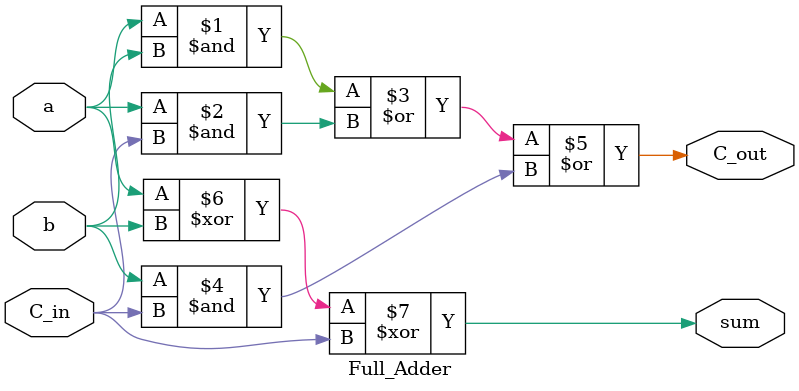
<source format=v>
module Full_Adder(a,b,C_in,sum,C_out);

input a,b,C_in;
output sum,C_out; 

assign C_out = (a&b) | (a&C_in) | (b&C_in);
assign sum = a^b^C_in;

endmodule 	
</source>
